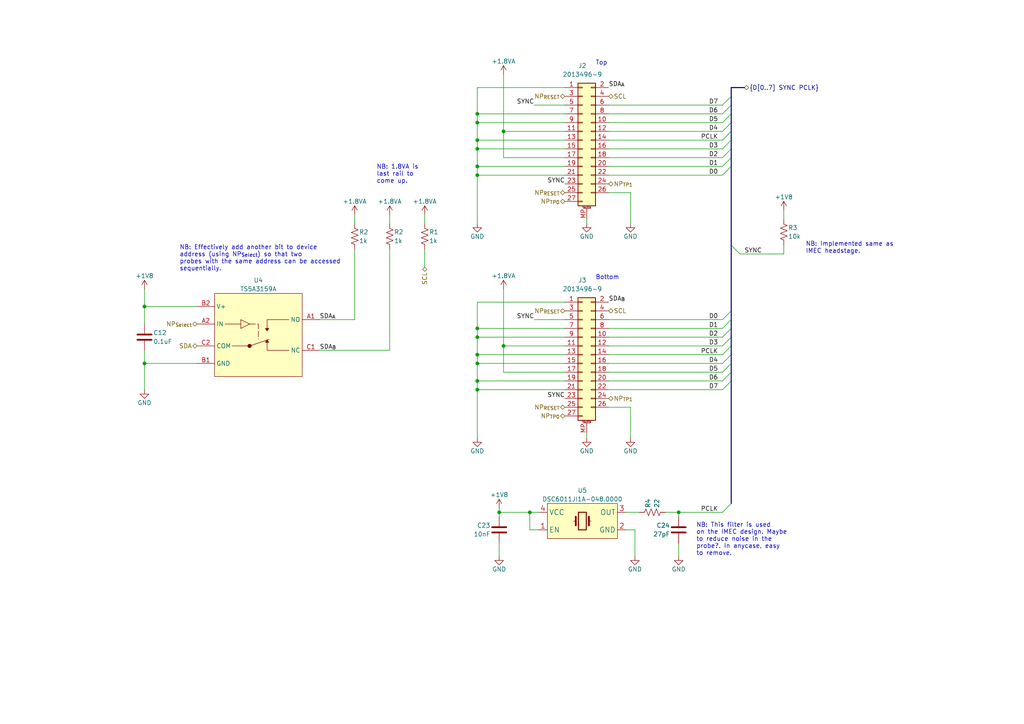
<source format=kicad_sch>
(kicad_sch (version 20230121) (generator eeschema)
  (paper "A4")
  (title_block (title "ONIX Neuropixels 2.0 Economical Headstage") (company "Open Ephys, Inc") (comment 1 "Jonathan P. Newman"))
  (lib_symbols
    (symbol "Connector_Generic_MountingPin:Conn_2Rows-27Pins_MountingPin" (pin_names (offset 1.016) hide)
      (property "Reference" "J" (at 1.27 17.78 0))
      (property "Value" "Conn_2Rows-27Pins_MountingPin" (at 2.54 -20.32 0))
      (symbol "Conn_2Rows-27Pins_MountingPin_1_1"
        (rectangle (start -1.27 -17.653) (end 0 -17.907) (stroke (width 0.1524)))
        (rectangle (start -1.27 -15.113) (end 0 -15.367) (stroke (width 0.1524)))
        (rectangle (start -1.27 -12.573) (end 0 -12.827) (stroke (width 0.1524)))
        (rectangle (start -1.27 -10.033) (end 0 -10.287) (stroke (width 0.1524)))
        (rectangle (start -1.27 -7.493) (end 0 -7.747) (stroke (width 0.1524)))
        (rectangle (start -1.27 -4.953) (end 0 -5.207) (stroke (width 0.1524)))
        (rectangle (start -1.27 -2.413) (end 0 -2.667) (stroke (width 0.1524)))
        (rectangle (start -1.27 0.127) (end 0 -0.127) (stroke (width 0.1524)))
        (rectangle (start -1.27 2.667) (end 0 2.413) (stroke (width 0.1524)))
        (rectangle (start -1.27 5.207) (end 0 4.953) (stroke (width 0.1524)))
        (rectangle (start -1.27 7.747) (end 0 7.493) (stroke (width 0.1524)))
        (rectangle (start -1.27 10.287) (end 0 10.033) (stroke (width 0.1524)))
        (rectangle (start -1.27 12.827) (end 0 12.573) (stroke (width 0.1524)))
        (rectangle (start -1.27 15.367) (end 0 15.113) (stroke (width 0.1524)))
        (rectangle (start -1.27 16.51) (end 3.81 -19.05) (stroke (width 0.254)) (fill (type background)))
        (polyline (pts (xy 0.254 -19.812) (xy 2.286 -19.812)) (stroke (width 0.1524)))
        (rectangle (start 3.81 -15.113) (end 2.54 -15.367) (stroke (width 0.1524)))
        (rectangle (start 3.81 -12.573) (end 2.54 -12.827) (stroke (width 0.1524)))
        (rectangle (start 3.81 -10.033) (end 2.54 -10.287) (stroke (width 0.1524)))
        (rectangle (start 3.81 -7.493) (end 2.54 -7.747) (stroke (width 0.1524)))
        (rectangle (start 3.81 -4.953) (end 2.54 -5.207) (stroke (width 0.1524)))
        (rectangle (start 3.81 -2.413) (end 2.54 -2.667) (stroke (width 0.1524)))
        (rectangle (start 3.81 0.127) (end 2.54 -0.127) (stroke (width 0.1524)))
        (rectangle (start 3.81 2.667) (end 2.54 2.413) (stroke (width 0.1524)))
        (rectangle (start 3.81 5.207) (end 2.54 4.953) (stroke (width 0.1524)))
        (rectangle (start 3.81 7.747) (end 2.54 7.493) (stroke (width 0.1524)))
        (rectangle (start 3.81 10.287) (end 2.54 10.033) (stroke (width 0.1524)))
        (rectangle (start 3.81 12.827) (end 2.54 12.573) (stroke (width 0.1524)))
        (rectangle (start 3.81 15.367) (end 2.54 15.113) (stroke (width 0.1524)))
        (text "Mounting" (at 1.27 -19.431 0) (effects (font (size 0.381 0.381))))
        (pin passive line (at -5.08 15.24 0) (length 3.81) (name "Pin_1") (number "1"))
        (pin passive line (at 7.62 5.08 180) (length 3.81) (name "Pin_10") (number "10"))
        (pin passive line (at -5.08 2.54 0) (length 3.81) (name "Pin_11") (number "11"))
        (pin passive line (at 7.62 2.54 180) (length 3.81) (name "Pin_12") (number "12"))
        (pin passive line (at -5.08 0 0) (length 3.81) (name "Pin_13") (number "13"))
        (pin passive line (at 7.62 0 180) (length 3.81) (name "Pin_14") (number "14"))
        (pin passive line (at -5.08 -2.54 0) (length 3.81) (name "Pin_15") (number "15"))
        (pin passive line (at 7.62 -2.54 180) (length 3.81) (name "Pin_16") (number "16"))
        (pin passive line (at -5.08 -5.08 0) (length 3.81) (name "Pin_17") (number "17"))
        (pin passive line (at 7.62 -5.08 180) (length 3.81) (name "Pin_18") (number "18"))
        (pin passive line (at -5.08 -7.62 0) (length 3.81) (name "Pin_19") (number "19"))
        (pin passive line (at 7.62 15.24 180) (length 3.81) (name "Pin_2") (number "2"))
        (pin passive line (at 7.62 -7.62 180) (length 3.81) (name "Pin_20") (number "20"))
        (pin passive line (at -5.08 -10.16 0) (length 3.81) (name "Pin_21") (number "21"))
        (pin passive line (at 7.62 -10.16 180) (length 3.81) (name "Pin_22") (number "22"))
        (pin passive line (at -5.08 -12.7 0) (length 3.81) (name "Pin_23") (number "23"))
        (pin passive line (at 7.62 -12.7 180) (length 3.81) (name "Pin_24") (number "24"))
        (pin passive line (at -5.08 -15.24 0) (length 3.81) (name "Pin_25") (number "25"))
        (pin passive line (at 7.62 -15.24 180) (length 3.81) (name "Pin_26") (number "26"))
        (pin passive line (at -5.08 -17.78 0) (length 3.81) (name "Pin_27") (number "27"))
        (pin passive line (at -5.08 12.7 0) (length 3.81) (name "Pin_3") (number "3"))
        (pin passive line (at 7.62 12.7 180) (length 3.81) (name "Pin_4") (number "4"))
        (pin passive line (at -5.08 10.16 0) (length 3.81) (name "Pin_5") (number "5"))
        (pin passive line (at 7.62 10.16 180) (length 3.81) (name "Pin_6") (number "6"))
        (pin passive line (at -5.08 7.62 0) (length 3.81) (name "Pin_7") (number "7"))
        (pin passive line (at 7.62 7.62 180) (length 3.81) (name "Pin_8") (number "8"))
        (pin passive line (at -5.08 5.08 0) (length 3.81) (name "Pin_9") (number "9"))
        (pin passive line (at 1.27 -22.86 90) (length 3.048) (name "MountPin") (number "MP"))
      )
    )
    (symbol "Device:C" (pin_numbers hide) (pin_names (offset 0.254))
      (property "Reference" "C" (at 0.635 2.54 0))
      (property "Value" "C" (at 0.635 -2.54 0))
      (symbol "C_0_1"
        (polyline (pts (xy -2.032 -0.762) (xy 2.032 -0.762)) (stroke (width 0.508)))
        (polyline (pts (xy -2.032 0.762) (xy 2.032 0.762)) (stroke (width 0.508)))
      )
      (symbol "C_1_1"
        (pin passive line (at 0 3.81 270) (length 2.794) (name "~") (number "1"))
        (pin passive line (at 0 -3.81 90) (length 2.794) (name "~") (number "2"))
      )
    )
    (symbol "Device:R_US" (pin_numbers hide) (pin_names (offset 0))
      (property "Reference" "R" (at 2.54 0 90))
      (property "Value" "R_US" (at -2.54 0 90))
      (symbol "R_US_0_1"
        (polyline (pts (xy 0 -2.286) (xy 0 -2.54)))
        (polyline (pts (xy 0 2.286) (xy 0 2.54)))
        (polyline (pts (xy 0 -0.762) (xy 1.016 -1.143) (xy 0 -1.524) (xy -1.016 -1.905) (xy 0 -2.286)))
        (polyline (pts (xy 0 0.762) (xy 1.016 0.381) (xy 0 0) (xy -1.016 -0.381) (xy 0 -0.762)))
        (polyline (pts (xy 0 2.286) (xy 1.016 1.905) (xy 0 1.524) (xy -1.016 1.143) (xy 0 0.762)))
      )
      (symbol "R_US_1_1"
        (pin passive line (at 0 3.81 270) (length 1.27) (name "~") (number "1"))
        (pin passive line (at 0 -3.81 90) (length 1.27) (name "~") (number "2"))
      )
    )
    (symbol "jonnew:+1.8VA" (power) (pin_names (offset 0))
      (property "Value" "+1.8VA" (at 0 3.556 0))
      (symbol "+1.8VA_0_1"
        (polyline (pts (xy -0.762 1.27) (xy 0 2.54)))
        (polyline (pts (xy 0 0) (xy 0 2.54)))
        (polyline (pts (xy 0 2.54) (xy 0.762 1.27)))
      )
      (symbol "+1.8VA_1_1"
        (pin power_in line (at 0 0 90) (length 0) hide (name "+1.8VA") (number "1"))
      )
    )
    (symbol "jonnew:OSCILLATOR_EN"
      (property "Reference" "U" (at -10.16 8.255 0))
      (property "Value" "OSCILLATOR_EN" (at -10.16 6.35 0))
      (symbol "OSCILLATOR_EN_0_1"
        (rectangle (start -10.16 5.08) (end 10.16 -5.08) (stroke (width 0.1524)) (fill (type background)))
        (rectangle (start -1.143 2.54) (end 1.143 -2.54) (stroke (width 0.3048)))
        (polyline (pts (xy -2.54 0) (xy -1.905 0)))
        (polyline (pts (xy -1.905 -1.27) (xy -1.905 1.27)) (stroke (width 0.508)))
        (polyline (pts (xy 1.905 -1.27) (xy 1.905 1.27)) (stroke (width 0.508)))
        (polyline (pts (xy 2.54 0) (xy 1.905 0)))
      )
      (symbol "OSCILLATOR_EN_1_1"
        (pin input line (at -12.7 -2.54 0) (length 2.54) (name "EN") (number "1"))
        (pin power_in line (at 12.7 -2.54 180) (length 2.54) (name "GND") (number "2"))
        (pin output line (at 12.7 2.54 180) (length 2.54) (name "OUT") (number "3"))
        (pin power_in line (at -12.7 2.54 0) (length 2.54) (name "VCC") (number "4"))
      )
    )
    (symbol "jonnew:TS5A3159A"
      (property "Reference" "U" (at 0 15.24 0))
      (property "Value" "TS5A3159A" (at 0 12.7 0))
      (symbol "TS5A3159A_0_0"
        (pin bidirectional line (at 17.78 3.81 180) (length 5.08) (name "NO") (number "A1"))
        (pin input line (at -17.78 2.54 0) (length 5.08) (name "IN") (number "A2"))
        (pin power_in line (at -17.78 -8.89 0) (length 5.08) (name "GND") (number "B1"))
        (pin power_in line (at -17.78 7.62 0) (length 5.08) (name "V+") (number "B2"))
        (pin bidirectional line (at 17.78 -5.08 180) (length 5.08) (name "NC") (number "C1"))
        (pin bidirectional line (at -17.78 -3.81 0) (length 5.08) (name "COM") (number "C2"))
      )
      (symbol "TS5A3159A_0_1"
        (rectangle (start -12.7 11.43) (end 12.7 -12.7) (fill (type background)))
        (circle (center -2.54 -3.81) (radius 0.508) (fill (type outline)))
        (polyline (pts (xy -7.62 -3.81) (xy -2.54 -3.81)))
        (polyline (pts (xy -2.54 -3.81) (xy 3.175 -1.905)))
        (polyline (pts (xy -2.54 2.54) (xy 0 2.54) (xy 0 -1.905)) (stroke (width 0) (type dash)))
        (polyline (pts (xy 2.54 -2.54) (xy 2.54 -5.08) (xy 8.89 -5.08)))
        (polyline (pts (xy 2.54 1.27) (xy 2.54 3.81) (xy 8.89 3.81)))
        (polyline (pts (xy 2.286 1.27) (xy 3.048 1.27) (xy 2.54 0.508) (xy 2.032 1.27) (xy 2.286 1.27)) (fill (type outline)))
        (polyline (pts (xy 2.794 -2.794) (xy 2.032 -2.794) (xy 2.54 -2.032) (xy 3.048 -2.794) (xy 2.794 -2.794)) (fill (type outline)))
        (polyline (pts (xy -9.652 2.54) (xy -5.08 2.54) (xy -5.08 3.81) (xy -2.54 2.54) (xy -5.08 1.27) (xy -5.08 2.54)))
      )
    )
    (symbol "power:+1V8" (power) (pin_names (offset 0))
      (property "Value" "+1V8" (at 0 3.556 0))
      (symbol "+1V8_0_1"
        (polyline (pts (xy -0.762 1.27) (xy 0 2.54)))
        (polyline (pts (xy 0 0) (xy 0 2.54)))
        (polyline (pts (xy 0 2.54) (xy 0.762 1.27)))
      )
      (symbol "+1V8_1_1"
        (pin power_in line (at 0 0 90) (length 0) hide (name "+1V8") (number "1"))
      )
    )
    (symbol "power:GND" (power) (pin_names (offset 0))
      (property "Value" "GND" (at 0 -3.81 0))
      (symbol "GND_0_1"
        (polyline (pts (xy 0 0) (xy 0 -1.27) (xy 1.27 -1.27) (xy 0 -2.54) (xy -1.27 -1.27) (xy 0 -1.27)))
      )
      (symbol "GND_1_1"
        (pin power_in line (at 0 0 270) (length 0) hide (name "GND") (number "1"))
      )
    )
  )
  (junction (at 138.43 48.26))
  (junction (at 138.43 50.8))
  (junction (at 144.78 148.59))
  (junction (at 138.43 43.18))
  (junction (at 196.85 148.59))
  (junction (at 41.91 88.9))
  (junction (at 146.05 38.1))
  (junction (at 138.43 35.56))
  (junction (at 41.91 105.41))
  (junction (at 138.43 97.79))
  (junction (at 138.43 40.64))
  (junction (at 138.43 102.87))
  (junction (at 138.43 110.49))
  (junction (at 138.43 105.41))
  (junction (at 138.43 95.25))
  (junction (at 138.43 33.02))
  (junction (at 138.43 113.03))
  (junction (at 146.05 100.33))
  (junction (at 153.67 148.59))
  (bus_entry (at 212.09 40.64) (size -2.54 2.54))
  (bus_entry (at 212.09 27.94) (size -2.54 2.54))
  (bus_entry (at 212.09 92.71) (size -2.54 2.54))
  (bus_entry (at 212.09 146.05) (size -2.54 2.54))
  (bus_entry (at 212.09 35.56) (size -2.54 2.54))
  (bus_entry (at 212.09 71.12) (size 2.54 2.54))
  (bus_entry (at 212.09 110.49) (size -2.54 2.54))
  (bus_entry (at 212.09 38.1) (size -2.54 2.54))
  (bus_entry (at 212.09 45.72) (size -2.54 2.54))
  (bus_entry (at 212.09 105.41) (size -2.54 2.54))
  (bus_entry (at 212.09 107.95) (size -2.54 2.54))
  (bus_entry (at 212.09 43.18) (size -2.54 2.54))
  (bus_entry (at 212.09 95.25) (size -2.54 2.54))
  (bus_entry (at 212.09 90.17) (size -2.54 2.54))
  (bus_entry (at 212.09 100.33) (size -2.54 2.54))
  (bus_entry (at 212.09 97.79) (size -2.54 2.54))
  (bus_entry (at 212.09 102.87) (size -2.54 2.54))
  (bus_entry (at 212.09 33.02) (size -2.54 2.54))
  (bus_entry (at 212.09 48.26) (size -2.54 2.54))
  (bus_entry (at 212.09 30.48) (size -2.54 2.54))
  (wire (pts (xy 184.15 161.29) (xy 184.15 153.67)))
  (wire (pts (xy 138.43 33.02) (xy 163.83 33.02)))
  (wire (pts (xy 181.61 153.67) (xy 184.15 153.67)))
  (bus (pts (xy 212.09 110.49) (xy 212.09 146.05)))
  (bus (pts (xy 212.09 97.79) (xy 212.09 95.25)))
  (wire (pts (xy 138.43 40.64) (xy 138.43 43.18)))
  (wire (pts (xy 138.43 105.41) (xy 138.43 110.49)))
  (wire (pts (xy 102.87 92.71) (xy 92.71 92.71)))
  (bus (pts (xy 212.09 25.4) (xy 212.09 27.94)))
  (wire (pts (xy 154.94 30.48) (xy 163.83 30.48)))
  (wire (pts (xy 176.53 95.25) (xy 209.55 95.25)))
  (wire (pts (xy 138.43 113.03) (xy 163.83 113.03)))
  (wire (pts (xy 176.53 107.95) (xy 209.55 107.95)))
  (wire (pts (xy 153.67 148.59) (xy 156.21 148.59)))
  (bus (pts (xy 212.09 92.71) (xy 212.09 90.17)))
  (wire (pts (xy 144.78 149.86) (xy 144.78 148.59)))
  (wire (pts (xy 138.43 102.87) (xy 138.43 105.41)))
  (bus (pts (xy 212.09 71.12) (xy 212.09 90.17)))
  (wire (pts (xy 196.85 148.59) (xy 196.85 149.86)))
  (wire (pts (xy 182.88 55.88) (xy 182.88 64.77)))
  (wire (pts (xy 176.53 38.1) (xy 209.55 38.1)))
  (wire (pts (xy 170.18 63.5) (xy 170.18 64.77)))
  (wire (pts (xy 113.03 62.23) (xy 113.03 64.77)))
  (wire (pts (xy 113.03 101.6) (xy 92.71 101.6)))
  (wire (pts (xy 138.43 97.79) (xy 163.83 97.79)))
  (wire (pts (xy 41.91 105.41) (xy 57.15 105.41)))
  (bus (pts (xy 212.09 107.95) (xy 212.09 105.41)))
  (wire (pts (xy 138.43 43.18) (xy 138.43 48.26)))
  (wire (pts (xy 138.43 97.79) (xy 138.43 102.87)))
  (wire (pts (xy 57.15 88.9) (xy 41.91 88.9)))
  (wire (pts (xy 176.53 40.64) (xy 209.55 40.64)))
  (wire (pts (xy 156.21 153.67) (xy 153.67 153.67)))
  (wire (pts (xy 146.05 83.82) (xy 146.05 100.33)))
  (wire (pts (xy 146.05 21.59) (xy 146.05 38.1)))
  (wire (pts (xy 176.53 92.71) (xy 209.55 92.71)))
  (wire (pts (xy 102.87 62.23) (xy 102.87 64.77)))
  (wire (pts (xy 138.43 50.8) (xy 163.83 50.8)))
  (wire (pts (xy 138.43 35.56) (xy 163.83 35.56)))
  (wire (pts (xy 41.91 88.9) (xy 41.91 83.82)))
  (bus (pts (xy 212.09 40.64) (xy 212.09 38.1)))
  (wire (pts (xy 41.91 101.6) (xy 41.91 105.41)))
  (wire (pts (xy 176.53 110.49) (xy 209.55 110.49)))
  (wire (pts (xy 102.87 72.39) (xy 102.87 92.71)))
  (wire (pts (xy 144.78 148.59) (xy 153.67 148.59)))
  (wire (pts (xy 176.53 102.87) (xy 209.55 102.87)))
  (bus (pts (xy 212.09 105.41) (xy 212.09 102.87)))
  (wire (pts (xy 138.43 40.64) (xy 163.83 40.64)))
  (bus (pts (xy 212.09 35.56) (xy 212.09 33.02)))
  (wire (pts (xy 138.43 105.41) (xy 163.83 105.41)))
  (wire (pts (xy 138.43 48.26) (xy 163.83 48.26)))
  (wire (pts (xy 146.05 100.33) (xy 163.83 100.33)))
  (wire (pts (xy 176.53 48.26) (xy 209.55 48.26)))
  (wire (pts (xy 146.05 100.33) (xy 146.05 107.95)))
  (wire (pts (xy 176.53 50.8) (xy 209.55 50.8)))
  (wire (pts (xy 153.67 153.67) (xy 153.67 148.59)))
  (wire (pts (xy 138.43 35.56) (xy 138.43 40.64)))
  (wire (pts (xy 41.91 88.9) (xy 41.91 93.98)))
  (bus (pts (xy 212.09 43.18) (xy 212.09 40.64)))
  (wire (pts (xy 176.53 33.02) (xy 209.55 33.02)))
  (wire (pts (xy 144.78 147.32) (xy 144.78 148.59)))
  (wire (pts (xy 176.53 45.72) (xy 209.55 45.72)))
  (bus (pts (xy 212.09 38.1) (xy 212.09 35.56)))
  (wire (pts (xy 154.94 92.71) (xy 163.83 92.71)))
  (bus (pts (xy 212.09 45.72) (xy 212.09 43.18)))
  (bus (pts (xy 212.09 100.33) (xy 212.09 97.79)))
  (bus (pts (xy 212.09 48.26) (xy 212.09 45.72)))
  (wire (pts (xy 196.85 157.48) (xy 196.85 161.29)))
  (wire (pts (xy 146.05 107.95) (xy 163.83 107.95)))
  (wire (pts (xy 176.53 100.33) (xy 209.55 100.33)))
  (bus (pts (xy 212.09 110.49) (xy 212.09 107.95)))
  (wire (pts (xy 138.43 95.25) (xy 138.43 87.63)))
  (wire (pts (xy 227.33 60.96) (xy 227.33 63.5)))
  (wire (pts (xy 138.43 110.49) (xy 138.43 113.03)))
  (wire (pts (xy 193.04 148.59) (xy 196.85 148.59)))
  (wire (pts (xy 182.88 118.11) (xy 182.88 127)))
  (wire (pts (xy 146.05 38.1) (xy 163.83 38.1)))
  (wire (pts (xy 176.53 118.11) (xy 182.88 118.11)))
  (bus (pts (xy 212.09 95.25) (xy 212.09 92.71)))
  (wire (pts (xy 176.53 30.48) (xy 209.55 30.48)))
  (wire (pts (xy 138.43 25.4) (xy 163.83 25.4)))
  (bus (pts (xy 212.09 27.94) (xy 212.09 30.48)))
  (wire (pts (xy 176.53 55.88) (xy 182.88 55.88)))
  (wire (pts (xy 138.43 48.26) (xy 138.43 50.8)))
  (wire (pts (xy 123.19 62.23) (xy 123.19 64.77)))
  (wire (pts (xy 138.43 50.8) (xy 138.43 64.77)))
  (wire (pts (xy 170.18 125.73) (xy 170.18 127)))
  (wire (pts (xy 138.43 33.02) (xy 138.43 25.4)))
  (wire (pts (xy 144.78 161.29) (xy 144.78 157.48)))
  (wire (pts (xy 176.53 105.41) (xy 209.55 105.41)))
  (wire (pts (xy 176.53 113.03) (xy 209.55 113.03)))
  (wire (pts (xy 138.43 43.18) (xy 163.83 43.18)))
  (wire (pts (xy 214.63 73.66) (xy 227.33 73.66)))
  (wire (pts (xy 138.43 110.49) (xy 163.83 110.49)))
  (bus (pts (xy 215.9 25.4) (xy 212.09 25.4)))
  (wire (pts (xy 138.43 95.25) (xy 163.83 95.25)))
  (wire (pts (xy 146.05 38.1) (xy 146.05 45.72)))
  (wire (pts (xy 138.43 33.02) (xy 138.43 35.56)))
  (wire (pts (xy 227.33 73.66) (xy 227.33 71.12)))
  (wire (pts (xy 176.53 35.56) (xy 209.55 35.56)))
  (wire (pts (xy 176.53 43.18) (xy 209.55 43.18)))
  (wire (pts (xy 138.43 102.87) (xy 163.83 102.87)))
  (wire (pts (xy 181.61 148.59) (xy 185.42 148.59)))
  (wire (pts (xy 138.43 113.03) (xy 138.43 127)))
  (wire (pts (xy 196.85 148.59) (xy 209.55 148.59)))
  (wire (pts (xy 138.43 87.63) (xy 163.83 87.63)))
  (bus (pts (xy 212.09 33.02) (xy 212.09 30.48)))
  (wire (pts (xy 123.19 72.39) (xy 123.19 77.47)))
  (wire (pts (xy 41.91 105.41) (xy 41.91 113.03)))
  (wire (pts (xy 113.03 72.39) (xy 113.03 101.6)))
  (wire (pts (xy 138.43 95.25) (xy 138.43 97.79)))
  (bus (pts (xy 212.09 48.26) (xy 212.09 71.12)))
  (wire (pts (xy 176.53 97.79) (xy 209.55 97.79)))
  (bus (pts (xy 212.09 102.87) (xy 212.09 100.33)))
  (wire (pts (xy 146.05 45.72) (xy 163.83 45.72)))
  (text "NB: 1.8VA is \nlast rail to \ncome up." (at 109.22 53.34 0) (effects (font (size 1.27 1.27)) (justify left bottom)))
  (text "NB: Implemented same as\nIMEC headstage. " (at 233.68 73.66 0) (effects (font (size 1.27 1.27)) (justify left bottom)))
  (text "Top" (at 172.72 19.05 0) (effects (font (size 1.27 1.27)) (justify left bottom)))
  (text "Bottom" (at 172.72 81.28 0) (effects (font (size 1.27 1.27)) (justify left bottom)))
  (text "NB: This filter is used\non the IMEC design. Maybe\nto reduce noise in the\nprobe?. In anycase, easy\nto remove." (at 201.93 161.29 0) (effects (font (size 1.27 1.27)) (justify left bottom)))
  (text "NB: Effectively add another bit to device\naddress (using NP_{Select}) so that two\nprobes with the same address can be accessed\nsequentially." (at 52.07 78.74 0) (effects (font (size 1.27 1.27)) (justify left bottom)))
  (label "D7" (at 208.28 30.48 180))
  (label "D3" (at 208.28 43.18 180))
  (label "D4" (at 208.28 105.41 180))
  (label "SDA_{A}" (at 92.71 92.71 0))
  (label "D7" (at 208.28 113.03 180))
  (label "SDA_{A}" (at 176.53 25.4 0))
  (label "D0" (at 208.28 50.8 180))
  (label "SYNC" (at 163.83 53.34 180))
  (label "SYNC" (at 163.83 115.57 180))
  (label "SYNC" (at 154.94 92.71 180))
  (label "D6" (at 208.28 33.02 180))
  (label "D6" (at 208.28 110.49 180))
  (label "SYNC" (at 220.98 73.66 180))
  (label "D5" (at 208.28 107.95 180))
  (label "PCLK" (at 208.28 102.87 180))
  (label "D5" (at 208.28 35.56 180))
  (label "D1" (at 208.28 48.26 180))
  (label "D0" (at 208.28 92.71 180))
  (label "D2" (at 208.28 45.72 180))
  (label "PCLK" (at 208.28 148.59 180))
  (label "SYNC" (at 154.94 30.48 180))
  (label "D2" (at 208.28 97.79 180))
  (label "D1" (at 208.28 95.25 180))
  (label "SDA_{B}" (at 176.53 87.63 0))
  (label "SDA_{B}" (at 92.71 101.6 0))
  (label "D3" (at 208.28 100.33 180))
  (label "PCLK" (at 208.28 40.64 180))
  (label "D4" (at 208.28 38.1 180))
  (hierarchical_label "NP_{TP1}" (shape bidirectional) (at 176.53 115.57 0))
  (hierarchical_label "NP_{TP0}" (shape bidirectional) (at 163.83 120.65 180))
  (hierarchical_label "{D[0..7] SYNC PCLK}" (shape bidirectional) (at 215.9 25.4 0))
  (hierarchical_label "SCL" (shape bidirectional) (at 176.53 27.94 0))
  (hierarchical_label "NP_{RESET}" (shape bidirectional) (at 163.83 27.94 180))
  (hierarchical_label "SCL" (shape bidirectional) (at 176.53 90.17 0))
  (hierarchical_label "NP_{RESET}" (shape bidirectional) (at 163.83 118.11 180))
  (hierarchical_label "NP_{RESET}" (shape bidirectional) (at 163.83 55.88 180))
  (hierarchical_label "SDA" (shape bidirectional) (at 57.15 100.33 180))
  (hierarchical_label "NP_{TP0}" (shape bidirectional) (at 163.83 58.42 180))
  (hierarchical_label "SCL" (shape bidirectional) (at 123.19 77.47 270))
  (hierarchical_label "NP_{TP1}" (shape bidirectional) (at 176.53 53.34 0))
  (hierarchical_label "NP_{RESET}" (shape bidirectional) (at 163.83 90.17 180))
  (hierarchical_label "NP_{Select}" (shape bidirectional) (at 57.15 93.98 180))
  (symbol (lib_id "power:+1V8") (at 41.91 83.82 0) (unit 1)
    (property "Reference" "#PWR019" (effects hide))
    (property "Value" "+1V8" (at 41.91 80.01 0))
    (instances (project "headstage-neuropix2e" (path "" (reference "#PWR019") (unit 1)) (path "" (reference "#PWR046") (unit 1))))
  )
  (symbol (lib_id "power:GND") (at 170.18 127 0) (unit 1)
    (property "Reference" "#PWR01" (effects hide))
    (property "Value" "GND" (at 170.18 130.81 0))
    (instances (project "headstage-neuropix2e" (path "" (reference "#PWR01") (unit 1)) (path "" (reference "#PWR050") (unit 1))))
  )
  (symbol (lib_id "power:GND") (at 41.91 113.03 0) (unit 1)
    (property "Reference" "#PWR01" (effects hide))
    (property "Value" "GND" (at 41.91 116.84 0))
    (instances (project "headstage-neuropix2e" (path "" (reference "#PWR01") (unit 1)) (path "" (reference "#PWR048") (unit 1))))
  )
  (symbol (lib_id "power:+1V8") (at 227.33 60.96 0) (unit 1)
    (property "Reference" "#PWR031" (effects hide))
    (property "Value" "+1V8" (at 227.33 57.15 0))
    (instances (project "headstage-neuropix2e" (path "" (reference "#PWR031") (unit 1)) (path "" (reference "#PWR048") (unit 1)) (path "" (reference "#PWR039") (unit 1))))
  )
  (symbol (lib_id "jonnew:TS5A3159A") (at 74.93 96.52 0) (unit 1)
    (property "Reference" "U4" (at 74.93 81.28 0))
    (property "Value" "TS5A3159A" (at 74.93 83.82 0))
    (property "Footprint" "jonnew:TI_YZP0006" (effects hide))
    (property "Datasheet" "https://www.ti.com/lit/ds/symlink/ts5a3159a.pdf?HQS=dis-mous-null-mousermode-dsf-pf-null-wwe&ts=1677050643355&ref_url=https%253A%252F%252Fwww.mouser.it%252F" (effects hide))
  )
  (symbol (lib_id "power:GND") (at 182.88 64.77 0) (unit 1)
    (property "Reference" "#PWR01" (effects hide))
    (property "Value" "GND" (at 182.88 68.58 0))
    (instances (project "headstage-neuropix2e" (path "" (reference "#PWR01") (unit 1)) (path "" (reference "#PWR045") (unit 1))))
  )
  (symbol (lib_id "Device:R_US") (at 123.19 68.58 0) (unit 1)
    (property "Reference" "R1" (at 124.46 67.31 0) (effects (justify left)))
    (property "Value" "1k" (at 124.46 69.85 0) (effects (justify left)))
    (property "Footprint" "Resistor_SMD:R_0201_0603Metric" (effects hide))
    (property "CASE/PACKAGE" "0201" (effects hide))
    (property "Tolerance" "1%" (effects hide))
    (instances (project "headstage-neuropix2e" (path "" (reference "R1") (unit 1)) (path "" (reference "R11") (unit 1))))
  )
  (symbol (lib_id "power:+1V8") (at 144.78 147.32 0) (mirror y) (unit 1)
    (property "Reference" "#PWR052" (effects hide))
    (property "Value" "+1V8" (at 144.78 143.51 0))
  )
  (symbol (lib_id "Device:R_US") (at 189.23 148.59 90) (unit 1)
    (property "Reference" "R4" (at 187.96 147.32 0) (effects (justify left)))
    (property "Value" "22" (at 190.5 147.32 0) (effects (justify left)))
    (property "Footprint" "Resistor_SMD:R_0201_0603Metric" (effects hide))
    (property "CASE/PACKAGE" "0201" (effects hide))
    (property "Tolerance" "1%" (effects hide))
    (instances (project "headstage-neuropix2e" (path "" (reference "R4") (unit 1)) (path "" (reference "R12") (unit 1))))
  )
  (symbol (lib_id "power:GND") (at 184.15 161.29 0) (unit 1)
    (property "Reference" "#PWR054" (effects hide))
    (property "Value" "GND" (at 184.15 165.1 0))
  )
  (symbol (lib_id "Device:R_US") (at 102.87 68.58 0) (unit 1)
    (property "Reference" "R2" (at 104.14 67.31 0) (effects (justify left)))
    (property "Value" "1k" (at 104.14 69.85 0) (effects (justify left)))
    (property "Footprint" "Resistor_SMD:R_0201_0603Metric" (effects hide))
    (property "CASE/PACKAGE" "0201" (effects hide))
    (property "Tolerance" "1%" (effects hide))
    (instances (project "headstage-neuropix2e" (path "" (reference "R2") (unit 1)) (path "" (reference "R9") (unit 1))))
  )
  (symbol (lib_id "power:GND") (at 170.18 64.77 0) (unit 1)
    (property "Reference" "#PWR01" (effects hide))
    (property "Value" "GND" (at 170.18 68.58 0))
    (instances (project "headstage-neuropix2e" (path "" (reference "#PWR01") (unit 1)) (path "" (reference "#PWR044") (unit 1))))
  )
  (symbol (lib_id "jonnew:+1.8VA") (at 146.05 83.82 0) (unit 1)
    (property "Reference" "#PWR047" (effects hide))
    (property "Value" "+1.8VA" (at 146.05 80.01 0))
  )
  (symbol (lib_id "Device:C") (at 196.85 153.67 0) (mirror y) (unit 1)
    (property "Reference" "C24" (at 194.31 152.4 0) (effects (justify left)))
    (property "Value" "27pF" (at 194.31 154.94 0) (effects (justify left)))
    (property "Footprint" "Capacitor_SMD:C_0201_0603Metric" (effects hide))
    (property "TempCo" "X7R" (effects hide))
    (property "Voltage" "35V" (effects hide))
    (property "CASE/PACKAGE" "0201" (effects hide))
  )
  (symbol (lib_id "power:GND") (at 138.43 127 0) (unit 1)
    (property "Reference" "#PWR01" (effects hide))
    (property "Value" "GND" (at 138.43 130.81 0))
    (instances (project "headstage-neuropix2e" (path "" (reference "#PWR01") (unit 1)) (path "" (reference "#PWR049") (unit 1))))
  )
  (symbol (lib_id "Device:C") (at 144.78 153.67 0) (mirror y) (unit 1)
    (property "Reference" "C23" (at 142.24 152.4 0) (effects (justify left)))
    (property "Value" "10nF" (at 142.24 154.94 0) (effects (justify left)))
    (property "Footprint" "Capacitor_SMD:C_0201_0603Metric" (effects hide))
    (property "TempCo" "X7R" (effects hide))
    (property "Voltage" "35V" (effects hide))
    (property "CASE/PACKAGE" "0201" (effects hide))
  )
  (symbol (lib_id "power:GND") (at 196.85 161.29 0) (unit 1)
    (property "Reference" "#PWR055" (effects hide))
    (property "Value" "GND" (at 196.85 165.1 0))
  )
  (symbol (lib_id "power:GND") (at 138.43 64.77 0) (unit 1)
    (property "Reference" "#PWR01" (effects hide))
    (property "Value" "GND" (at 138.43 68.58 0))
    (instances (project "headstage-neuropix2e" (path "" (reference "#PWR01") (unit 1)) (path "" (reference "#PWR043") (unit 1))))
  )
  (symbol (lib_id "power:GND") (at 182.88 127 0) (unit 1)
    (property "Reference" "#PWR01" (effects hide))
    (property "Value" "GND" (at 182.88 130.81 0))
    (instances (project "headstage-neuropix2e" (path "" (reference "#PWR01") (unit 1)) (path "" (reference "#PWR051") (unit 1))))
  )
  (symbol (lib_id "power:GND") (at 144.78 161.29 0) (unit 1)
    (property "Reference" "#PWR053" (effects hide))
    (property "Value" "GND" (at 144.78 165.1 0))
  )
  (symbol (lib_id "jonnew:+1.8VA") (at 102.87 62.23 0) (unit 1)
    (property "Reference" "#PWR040" (effects hide))
    (property "Value" "+1.8VA" (at 102.87 58.42 0))
    (instances (project "headstage-neuropix2e" (path "" (reference "#PWR040") (unit 1)) (path "" (reference "#PWR03") (unit 1))))
  )
  (symbol (lib_id "Device:C") (at 41.91 97.79 0) (unit 1)
    (property "Reference" "C12" (at 44.45 96.52 0) (effects (justify left)))
    (property "Value" "0.1uF" (at 44.45 99.06 0) (effects (justify left)))
    (property "Footprint" "Capacitor_SMD:C_0201_0603Metric" (effects hide))
    (property "TempCo" "X7R" (effects hide))
    (property "Voltage" "25V" (effects hide))
    (property "CASE/PACKAGE" "0201" (effects hide))
    (instances (project "headstage-neuropix2e" (path "" (reference "C12") (unit 1)) (path "" (reference "C22") (unit 1))))
  )
  (symbol (lib_id "Connector_Generic_MountingPin:Conn_2Rows-27Pins_MountingPin") (at 168.91 40.64 0) (unit 1)
    (property "Reference" "J2" (at 168.91 19.05 0))
    (property "Value" "2013496-9" (at 168.91 21.59 0))
    (property "Footprint" "jonnew:TE_2013496-9" (effects hide))
  )
  (symbol (lib_id "jonnew:+1.8VA") (at 123.19 62.23 0) (unit 1)
    (property "Reference" "#PWR042" (effects hide))
    (property "Value" "+1.8VA" (at 123.19 58.42 0))
    (instances (project "headstage-neuropix2e" (path "" (reference "#PWR042") (unit 1)) (path "" (reference "#PWR02") (unit 1))))
  )
  (symbol (lib_id "jonnew:+1.8VA") (at 146.05 21.59 0) (unit 1)
    (property "Reference" "#PWR038" (effects hide))
    (property "Value" "+1.8VA" (at 146.05 17.78 0))
  )
  (symbol (lib_id "Connector_Generic_MountingPin:Conn_2Rows-27Pins_MountingPin") (at 168.91 102.87 0) (unit 1)
    (property "Reference" "J3" (at 168.91 81.28 0))
    (property "Value" "2013496-9" (at 168.91 83.82 0))
    (property "Footprint" "jonnew:TE_2013496-9" (effects hide))
  )
  (symbol (lib_id "Device:R_US") (at 227.33 67.31 0) (unit 1)
    (property "Reference" "R3" (at 228.6 66.04 0) (effects (justify left)))
    (property "Value" "10k" (at 228.6 68.58 0) (effects (justify left)))
    (property "Footprint" "Resistor_SMD:R_0201_0603Metric" (effects hide))
    (property "CASE/PACKAGE" "0201" (effects hide))
    (property "Tolerance" "1%" (effects hide))
    (instances (project "headstage-neuropix2e" (path "" (reference "R3") (unit 1)) (path "" (reference "R8") (unit 1))))
  )
  (symbol (lib_id "jonnew:OSCILLATOR_EN") (at 168.91 151.13 0) (unit 1)
    (property "Reference" "U5" (at 168.91 142.24 0))
    (property "Value" "DSC6011JI1A-048.0000" (at 168.91 144.78 0))
    (property "Footprint" "jonnew:MICROCHIP_VFLGA4-2.0x1.6" (effects hide))
  )
  (symbol (lib_id "jonnew:+1.8VA") (at 113.03 62.23 0) (unit 1)
    (property "Reference" "#PWR041" (effects hide))
    (property "Value" "+1.8VA" (at 113.03 58.42 0))
    (instances (project "headstage-neuropix2e" (path "" (reference "#PWR041") (unit 1)) (path "" (reference "#PWR03") (unit 1))))
  )
  (symbol (lib_id "Device:R_US") (at 113.03 68.58 0) (unit 1)
    (property "Reference" "R2" (at 114.3 67.31 0) (effects (justify left)))
    (property "Value" "1k" (at 114.3 69.85 0) (effects (justify left)))
    (property "Footprint" "Resistor_SMD:R_0201_0603Metric" (effects hide))
    (property "CASE/PACKAGE" "0201" (effects hide))
    (property "Tolerance" "1%" (effects hide))
    (instances (project "headstage-neuropix2e" (path "" (reference "R2") (unit 1)) (path "" (reference "R10") (unit 1))))
  )
)
</source>
